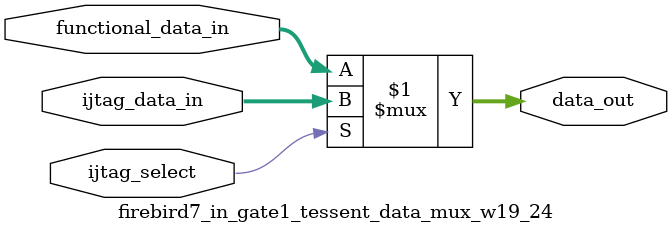
<source format=sv>

module firebird7_in_gate1_tessent_data_mux_w19_24 (
  input wire ijtag_select,
  input wire [18:0]  functional_data_in,
  input wire [18:0]  ijtag_data_in,
  output wire [18:0] data_out
);
assign data_out = (ijtag_select) ? ijtag_data_in : functional_data_in;
endmodule

</source>
